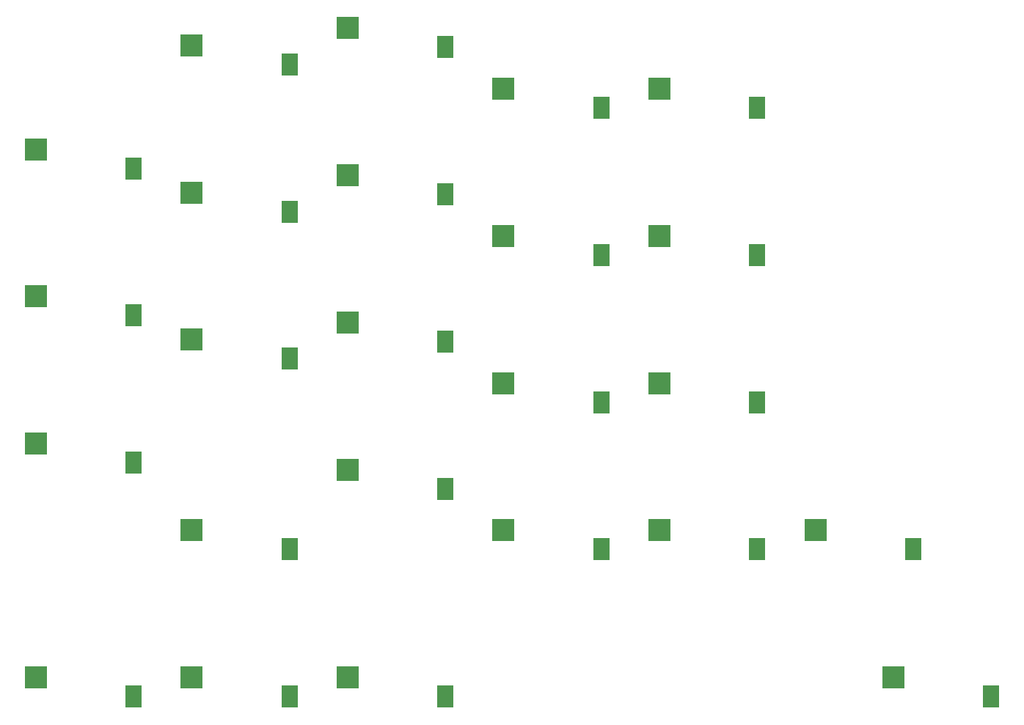
<source format=gbp>
%TF.GenerationSoftware,KiCad,Pcbnew,(5.99.0-12766-g4a3658027e)*%
%TF.CreationDate,2021-12-04T14:11:10+09:00*%
%TF.ProjectId,left,6c656674-2e6b-4696-9361-645f70636258,rev?*%
%TF.SameCoordinates,Original*%
%TF.FileFunction,Paste,Bot*%
%TF.FilePolarity,Positive*%
%FSLAX46Y46*%
G04 Gerber Fmt 4.6, Leading zero omitted, Abs format (unit mm)*
G04 Created by KiCad (PCBNEW (5.99.0-12766-g4a3658027e)) date 2021-12-04 14:11:10*
%MOMM*%
%LPD*%
G01*
G04 APERTURE LIST*
%ADD10R,2.600000X2.600000*%
%ADD11R,1.950000X2.600000*%
G04 APERTURE END LIST*
D10*
%TO.C,SW21*%
X93700000Y-44750000D03*
D11*
X105000000Y-46950000D03*
%TD*%
D10*
%TO.C,SW18*%
X75700000Y-61750000D03*
D11*
X87000000Y-63950000D03*
%TD*%
D10*
%TO.C,SW8*%
X39700000Y-56750000D03*
D11*
X51000000Y-58950000D03*
%TD*%
D10*
%TO.C,SW14*%
X93700000Y-78750000D03*
D11*
X105000000Y-80950000D03*
%TD*%
D10*
%TO.C,SW9*%
X75700000Y-78750000D03*
D11*
X87000000Y-80950000D03*
%TD*%
D10*
%TO.C,SW11*%
X57700000Y-20750000D03*
D11*
X69000000Y-22950000D03*
%TD*%
D10*
%TO.C,SW19*%
X111700000Y-78750000D03*
D11*
X123000000Y-80950000D03*
%TD*%
D10*
%TO.C,SW17*%
X75700000Y-44750000D03*
D11*
X87000000Y-46950000D03*
%TD*%
D10*
%TO.C,SW5*%
X21700000Y-95750000D03*
D11*
X33000000Y-97950000D03*
%TD*%
D10*
%TO.C,SW4*%
X57700000Y-71750000D03*
D11*
X69000000Y-73950000D03*
%TD*%
D10*
%TO.C,SW15*%
X39700000Y-95750000D03*
D11*
X51000000Y-97950000D03*
%TD*%
D10*
%TO.C,SW12*%
X57700000Y-37750000D03*
D11*
X69000000Y-39950000D03*
%TD*%
D10*
%TO.C,SW6*%
X39700000Y-22750000D03*
D11*
X51000000Y-24950000D03*
%TD*%
D10*
%TO.C,SW23*%
X120700000Y-95750000D03*
D11*
X132000000Y-97950000D03*
%TD*%
D10*
%TO.C,SW13*%
X57700000Y-54750000D03*
D11*
X69000000Y-56950000D03*
%TD*%
D10*
%TO.C,SW7*%
X39700000Y-39750000D03*
D11*
X51000000Y-41950000D03*
%TD*%
D10*
%TO.C,SW20*%
X93700000Y-27750000D03*
D11*
X105000000Y-29950000D03*
%TD*%
D10*
%TO.C,SW1*%
X21700000Y-34750000D03*
D11*
X33000000Y-36950000D03*
%TD*%
D10*
%TO.C,SW2*%
X21700000Y-51750000D03*
D11*
X33000000Y-53950000D03*
%TD*%
D10*
%TO.C,SW16*%
X75700000Y-27750000D03*
D11*
X87000000Y-29950000D03*
%TD*%
D10*
%TO.C,SW22*%
X93700000Y-61750000D03*
D11*
X105000000Y-63950000D03*
%TD*%
D10*
%TO.C,SW3*%
X21700000Y-68750000D03*
D11*
X33000000Y-70950000D03*
%TD*%
D10*
%TO.C,SW10*%
X39700000Y-78750000D03*
D11*
X51000000Y-80950000D03*
%TD*%
D10*
%TO.C,SW49*%
X57700000Y-95750000D03*
D11*
X69000000Y-97950000D03*
%TD*%
M02*

</source>
